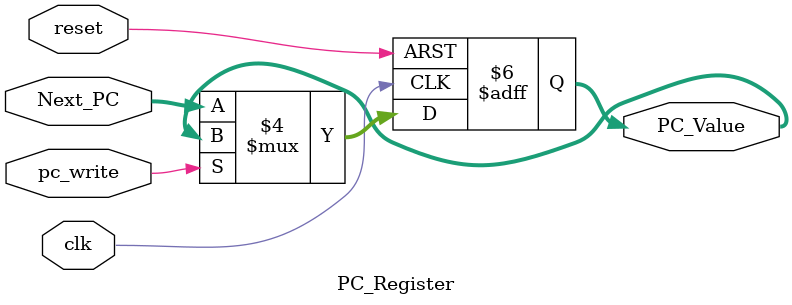
<source format=v>
/******************************************************************
* Description
*	This is a register of 32-bit that corresponds to the PC counter. 
*	This register does not have an enable signal.
* Version:
*	1.0
* Author:
*	Dr. José Luis Pizano Escalante
* email:
*	luispizano@iteso.mx
* Date:
*	16/08/2021
******************************************************************/

module PC_Register
#(
	parameter N=32
)
(
	input pc_write,
	input clk,
	input reset,
	input  [N-1:0] Next_PC,
	
	
	output reg [N-1:0] PC_Value
);

always@(negedge reset or posedge clk) begin
	if(reset==0)
		PC_Value <= 32'h00400000; // Se inicializó como en RARS
	else	
		if(pc_write) 
			PC_Value <= PC_Value;
		else 
			PC_Value <= Next_PC;
		  
end

endmodule

</source>
